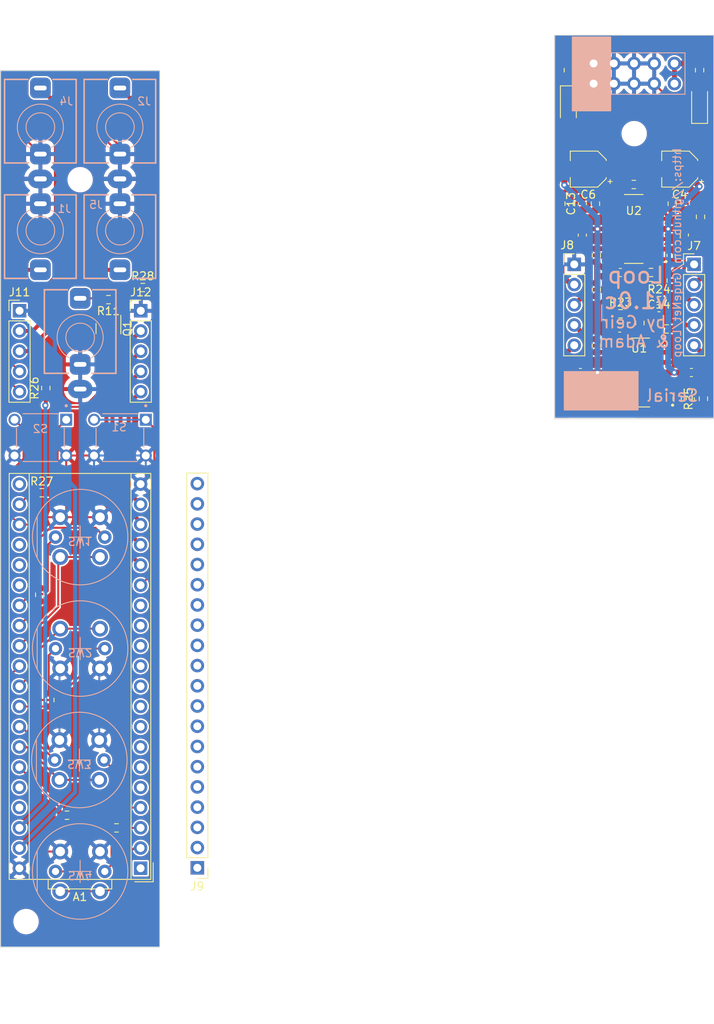
<source format=kicad_pcb>
(kicad_pcb (version 20221018) (generator pcbnew)
  (layers (0 "F.Cu" signal) (31 "B.Cu" signal) (34 "B.Paste" user) (35 "F.Paste" user) (36 "B.SilkS" user "B.Silkscreen") (37 "F.SilkS" user "F.Silkscreen") (38 "B.Mask" user) (39 "F.Mask" user) (44 "Edge.Cuts" user))
  (net 0 "")
  (net 1 "GND")
  (net 3 "+12V")
  (net 4 "Net-(D1-K)")
  (net 5 "Net-(J6-Pin_1)")
  (net 6 "-12V")
  (net 7 "Net-(U1B--)")
  (net 20 "+3.3V")
  (net 21 "Net-(R3-Pad1)")
  (net 22 "Net-(C2-Pad1)")
  (net 23 "Net-(U1D--)")
  (net 24 "Net-(C3-Pad2)")
  (net 25 "Net-(U1A--)")
  (net 26 "Net-(U1C--)")
  (net 27 "Net-(J6-Pin_10)")
  (net 28 "Net-(D4-A)")
  (net 29 "Net-(U2A--)")
  (net 30 "Net-(C7-Pad2)")
  (net 31 "Net-(U2B--)")
  (net 32 "Net-(C9-Pad1)")
  (net 33 "Net-(U2C--)")
  (net 34 "Net-(C10-Pad1)")
  (net 35 "Net-(U2D--)")
  (net 36 "Out Left")
  (net 37 "In Left")
  (net 38 "Out Right")
  (net 41 "In Right")
  (net 42 "DAISY_AUDIO_IN_L")
  (net 43 "DAISY_AUDIO_IN_R")
  (net 44 "DAISY_AUDIO_OUT_L")
  (net 45 "DAISY_AUDIO_OUT_R")
  (net 57 "Net-(C13-Pad2)")
  (net 58 "Net-(C14-Pad2)")
  (net 59 "SWITCH_4_GPIO")
  (net 60 "SWITCH_4_RED")
  (net 61 "SWITCH_4_GREEN")
  (net 62 "RECORD_GPIO")
  (net 63 "CLEAR_GPIO")
  (net 64 "TRIG_GPIO")
  (net 65 "SWITCH_1_GREEN")
  (net 66 "SWITCH_1_RED")
  (net 67 "SWITCH_1_GPIO")
  (net 68 "SWITCH_2_RED")
  (net 69 "SWITCH_2_GPIO")
  (net 70 "SWITCH_2_GREEN")
  (net 71 "SWITCH_3_GREEN")
  (net 72 "SWITCH_3_GPIO")
  (net 73 "SWITCH_3_RED")
  (net 74 "Net-(J3-PadT)")
  (net 75 "Net-(Q1-B)")
  (net 76 "Net-(Q1-C)")
  (net 77 "Net-(R1-Pad1)")
  (net 78 "Net-(R2-Pad2)")
  (net 79 "Net-(R4-Pad2)")
  (net 80 "Net-(C8-Pad2)")
  (net 81 "Net-(A1-USART1_TX)")
  (footprint "Connector_PinHeader_2.54mm:PinHeader_1x05_P2.54mm_Vertical" (layer "F.Cu") (at 77.188 -95.362)
    (fp_text reference "J7")
    (fp_text value "Conn_01x05" hide)
  )
  (footprint "Connector_PinHeader_2.54mm:PinHeader_1x20_P2.54mm_Vertical" (layer "F.Cu") (at 14.732 -19.558 180)
    (fp_text reference "J9")
    (fp_text value "Conn_01x20_MountingPin")
  )
  (footprint "1_Geirs_Library:SOIC127P600X175-14N" (layer "F.Cu") (at 69.60128 -99.812 180)
    (fp_text reference "U2")
    (fp_text value "TL074")
  )
  (footprint "Capacitor_SMD:C_0603_1608Metric" (layer "F.Cu") (at 74.296789 -96.494381 90)
    (fp_text reference "C10" hide)
    (fp_text value "47pF" hide)
  )
  (footprint "Connector_PinHeader_2.54mm:PinHeader_1x05_P2.54mm_Vertical" (layer "F.Cu") (at -7.62 -89.535)
    (fp_text reference "J11")
    (fp_text value "Conn_01x05" hide)
  )
  (footprint "Resistor_SMD:R_0603_1608Metric" (layer "F.Cu") (at 70.373 -87.996 -90)
    (fp_text reference "R6" hide)
    (fp_text value "100K" hide)
  )
  (footprint "Connector_PinHeader_2.54mm:PinHeader_1x05_P2.54mm_Vertical" (layer "F.Cu") (at 7.62 -89.535)
    (fp_text reference "J12")
    (fp_text value "Conn_01x05" hide)
  )
  (footprint "Resistor_SMD:R_0603_1608Metric" (layer "F.Cu") (at 69.611 -105.395)
    (fp_text reference "R15" hide)
    (fp_text value "100K" hide)
  )
  (footprint "Capacitor_SMD:C_0603_1608Metric" (layer "F.Cu") (at 64.15 -78.471 90)
    (fp_text reference "C9" hide)
    (fp_text value "47pF" hide)
  )
  (footprint "MountingHole:MountingHole_2.7mm_M2.5" (layer "F.Cu") (at -6.8 -12.8)
    (fp_text reference "MOUNT1" hide)
    (fp_text value "MountingHole_2.7mm_M2.5" hide)
  )
  (footprint "Resistor_SMD:R_0603_1608Metric" (layer "F.Cu") (at -3.81 -40.64 90)
    (fp_text reference "R2" hide)
    (fp_text value "130" hide)
  )
  (footprint "Resistor_SMD:R_0603_1608Metric" (layer "F.Cu") (at 64.912 -92.187 90)
    (fp_text reference "R22" hide)
    (fp_text value "1K" hide)
  )
  (footprint "Capacitor_SMD:C_0603_1608Metric" (layer "F.Cu") (at 63.134 -99.032 -90)
    (fp_text reference "C11" hide)
    (fp_text value "100nF" hide)
  )
  (footprint "Capacitor_SMD:C_0603_1608Metric" (layer "F.Cu") (at 62.893 -81.778 180)
    (fp_text reference "C5" hide)
    (fp_text value "100nF" hide)
  )
  (footprint "Resistor_SMD:R_0603_1608Metric" (layer "F.Cu") (at 77.878 -119.757 -90)
    (fp_text reference "FB2" hide)
    (fp_text value "FerriteBead" hide)
  )
  (footprint "Connector_PinHeader_2.54mm:PinHeader_1x05_P2.54mm_Vertical" (layer "F.Cu") (at 62.118 -95.362)
    (fp_text reference "J8")
    (fp_text value "Conn_01x05" hide)
  )
  (footprint "Resistor_SMD:R_0603_1608Metric" (layer "F.Cu") (at 74.437 -102.982 90)
    (fp_text reference "R13" hide)
    (fp_text value "100K" hide)
  )
  (footprint "Resistor_SMD:R_0603_1608Metric" (layer "F.Cu") (at 61.47472 -102.984615 90)
    (fp_text reference "R16" hide)
    (fp_text value "1K" hide)
  )
  (footprint "Resistor_SMD:R_0603_1608Metric" (layer "F.Cu") (at 61.378 -119.757 -90)
    (fp_text reference "FB1" hide)
    (fp_text value "FerriteBead" hide)
  )
  (footprint "Resistor_SMD:R_0603_1608Metric" (layer "F.Cu") (at 77.993 -101.331 -90)
    (fp_text reference "R17" hide)
    (fp_text value "100K" hide)
  )
  (footprint "Resistor_SMD:R_0603_1608Metric" (layer "F.Cu") (at 78.359 -78.486 90)
    (fp_text reference "R12" hide)
    (fp_text value "1K" hide)
  )
  (footprint "Resistor_SMD:R_0603_1608Metric" (layer "F.Cu") (at 61.737 -78.09 180)
    (fp_text reference "R10" hide)
    (fp_text value "100K" hide)
  )
  (footprint "MountingHole:MountingHole_2.7mm_M2.5" (layer "F.Cu") (at 0 -106.045)
    (fp_text reference "MOUNT1" hide)
    (fp_text value "MountingHole_2.7mm_M2.5" hide)
  )
  (footprint "Capacitor_SMD:C_0603_1608Metric" (layer "F.Cu") (at 67.913428 -94.344237 180)
    (fp_text reference "C3" hide)
    (fp_text value "560pF" hide)
  )
  (footprint "Capacitor_SMD:CP_Elec_4x5.4" (layer "F.Cu") (at 63.878 -107.332 180)
    (fp_text reference "C6")
    (fp_text value "10uF")
  )
  (footprint "Capacitor_SMD:C_0603_1608Metric" (layer "F.Cu") (at 76.088 -102.982 90)
    (fp_text reference "C7" hide)
    (fp_text value "47pF" hide)
  )
  (footprint "Resistor_SMD:R_0603_1608Metric" (layer "F.Cu") (at 7.874 -92.456)
    (fp_text reference "R28")
    (fp_text value "1M")
  )
  (footprint "Package_TO_SOT_SMD:SOT-23" (layer "F.Cu") (at 3.556 -87.2975 -90)
    (fp_text reference "Q1")
    (fp_text value "MMBT3904")
  )
  (footprint "Diode_SMD:D_SOD-123" (layer "F.Cu") (at 61.378 -115.432 -90)
    (fp_text reference "D1" hide)
    (fp_text value "1N5819" hide)
  )
  (footprint "Capacitor_SMD:CP_Elec_4x5.4" (layer "F.Cu") (at 75.378 -107.332 180)
    (fp_text reference "C4")
    (fp_text value "10uF")
  )
  (footprint "Capacitor_SMD:C_0603_1608Metric" (layer "F.Cu") (at 76.708 -78.486 90)
    (fp_text reference "C2" hide)
    (fp_text value "47pF" hide)
  )
  (footprint "Capacitor_SMD:C_0603_1608Metric" (layer "F.Cu") (at 63.138748 -102.978985 90)
    (fp_text reference "C13")
    (fp_text value "560pF")
  )
  (footprint "Resistor_SMD:R_0603_1608Metric" (layer "F.Cu") (at 73.724 -87.249 180)
    (fp_text reference "R8" hide)
    (fp_text value "1K" hide)
  )
  (footprint "Resistor_SMD:R_0603_1608Metric" (layer "F.Cu") (at 74.31 -93.33 -90)
    (fp_text reference "R18" hide)
    (fp_text value "100K" hide)
  )
  (footprint "Resistor_SMD:R_0603_1608Metric" (layer "F.Cu") (at 61.737 -79.741 180)
    (fp_text reference "R5" hide)
    (fp_text value "10K" hide)
  )
  (footprint "Resistor_SMD:R_0603_1608Metric" (layer "F.Cu") (at 65.801 -78.471 -90)
    (fp_text reference "R9" hide)
    (fp_text value "100K" hide)
  )
  (footprint "Capacitor_SMD:C_0603_1608Metric" (layer "F.Cu") (at 67.833 -87.361 180)
    (fp_text reference "C8" hide)
    (fp_text value "47pF" hide)
  )
  (footprint "Capacitor_SMD:C_0603_1608Metric" (layer "F.Cu") (at 75.961 -99.05 90)
    (fp_text reference "C12" hide)
    (fp_text value "100nF" hide)
  )
  (footprint "Resistor_SMD:R_0603_1608Metric" (layer "F.Cu") (at 72.771 -90.805)
    (fp_text reference "R24")
    (fp_text value "100K")
  )
  (footprint "MountingHole:MountingHole_2.7mm_M2.5" (layer "F.Cu") (at 69.653 -111.832)
    (fp_text reference "MOUNT1" hide)
    (fp_text value "MountingHole_2.7mm_M2.5" hide)
  )
  (footprint "Diode_SMD:D_SOD-123" (layer "F.Cu") (at 77.878 -115.432 90)
    (fp_text reference "D4" hide)
    (fp_text value "1N5819" hide)
  )
  (footprint "Resistor_SMD:R_0603_1608Metric" (layer "F.Cu") (at 67.945 -89.154)
    (fp_text reference "R23")
    (fp_text value "100K")
  )
  (footprint "Resistor_SMD:R_0603_1608Metric" (layer "F.Cu") (at -5.08 -53.848 -90)
    (fp_text reference "R3" hide)
    (fp_text value "130" hide)
  )
  (footprint "Resistor_SMD:R_0603_1608Metric" (layer "F.Cu") (at -4.318 -79.819 90)
    (fp_text reference "R26")
    (fp_text value "10K")
  )
  (footprint "Device_Audio_Electrosmith_Daisy_Seed:Device_Audio_Electrosmith_Daisy_Seed" (layer "F.Cu") (at 7.6 -19.5 180)
    (fp_text reference "A1")
    (fp_text value "Device_Audio_Electrosmith_Daisy_Seed_Rev4" hide)
  )
  (footprint "Resistor_SMD:R_0603_1608Metric" (layer "F.Cu") (at 3.556 -90.932 180)
    (fp_text reference "R11")
    (fp_text value "100K")
  )
  (footprint "Resistor_SMD:R_0603_1608Metric" (layer "F.Cu") (at 71.77 -94.346 180)
    (fp_text reference "R19" hide)
    (fp_text value "100K" hide)
  )
  (footprint "Resistor_SMD:R_0603_1608Metric" (layer "F.Cu") (at 4.568766 -24.567468 180)
    (fp_text reference "R4" hide)
    (fp_text value "130" hide)
  )
  (footprint "Resistor_SMD:R_0603_1608Metric" (layer "F.Cu") (at -1.651 -26.162 180)
    (fp_text reference "R1" hide)
    (fp_text value "130" hide)
  )
  (footprint "Resistor_SMD:R_0603_1608Metric" (layer "F.Cu") (at 75.057 -78.486 -90)
    (fp_text reference "R25")
    (fp_text value "100K")
  )
  (footprint "Resistor_SMD:R_0603_1608Metric" (layer "F.Cu") (at 64.904388 -85.152185 -90)
    (fp_text reference "R7" hide)
    (fp_text value "10K" hide)
  )
  (footprint "Resistor_SMD:R_0603_1608Metric" (layer "F.Cu") (at 71.77 -92.695)
    (fp_text reference "R20" hide)
    (fp_text value "100K" hide)
  )
  (footprint "Resistor_SMD:R_0603_1608Metric" (layer "F.Cu") (at 64.785 -102.982 -90)
    (fp_text reference "R14" hide)
    (fp_text value "10K" hide)
  )
  (footprint "1_Geirs_Library:SOIC127P600X175-14N" (layer "F.Cu") (at 70.435 -81.778 180)
    (fp_text reference "U1")
    (fp_text value "TL074")
  )
  (footprint "Capacitor_SMD:C_0603_1608Metric" (layer "F.Cu") (at 76.85 -81.778 180)
    (fp_text reference "C1" hide)
    (fp_text value "100nF" hide)
  )
  (footprint "Capacitor_SMD:C_0603_1608Metric" (layer "F.Cu") (at 72.771 -88.9)
    (fp_text reference "C14")
    (fp_text value "47pF")
  )
  (footprint "Resistor_SMD:R_0603_1608Metric" (layer "F.Cu") (at 64.912 -96.505 90)
    (fp_text reference "R21" hide)
    (fp_text value "10K" hide)
  )
  (footprint "Resistor_SMD:R_0603_1608Metric" (layer "F.Cu") (at -4.826 -66.675)
    (fp_text reference "R27")
    (fp_text value "1K")
  )
  (footprint "AudioJacks:Jack_3.5mm_QingPu_WQP-PJ398SM_Vertical" (layer "B.Cu") (at 5 -112.6 180)
    (fp_text reference "J2")
    (fp_text value "In left")
  )
  (footprint "AudioJacks:Jack_3.5mm_QingPu_WQP-PJ398SM_Vertical" (layer "B.Cu") (at 0 -86.1775 180)
    (fp_text reference "J3" hide)
    (fp_text value "Trig Loop" hide)
  )
  (footprint "1_Geirs_Library:SW_TS02-66-140-BK-160-LCR-D" (layer "B.Cu") (at 5 -73.6 180)
    (fp_text reference "S1")
    (fp_text value "Clear")
  )
  (footprint "1_Geirs_Library:SW_TS02-66-140-BK-160-LCR-D" (layer "B.Cu") (at -5 -73.6 180)
    (fp_text reference "S2")
    (fp_text value "Record")
  )
  (footprint "AudioJacks:Jack_3.5mm_QingPu_WQP-PJ398SM_Vertical" (layer "B.Cu") (at 5 -99.6)
    (fp_text reference "J5")
    (fp_text value "In right")
  )
  (footprint "1_Geirs_Library:D6RLRDGNF1LFS" (layer "B.Cu") (at 0 -47.1)
    (fp_text reference "SW2")
    (fp_text value "~")
  )
  (footprint "Connector_PinHeader_2.54mm:PinHeader_2x05_P2.54mm_Vertical" (layer "B.Cu") (at 64.553 -120.607 -90)
    (fp_text reference "J6" hide)
    (fp_text value "Eurorack_Power" hide)
  )
  (footprint "1_Geirs_Library:D6RLRDGNF1LFS" (layer "B.Cu") (at 0 -19.1)
    (fp_text reference "SW4")
    (fp_text value "~")
  )
  (footprint "1_Geirs_Library:D6RLRDGNF1LFS" (layer "B.Cu") (at 0 -61.1)
    (fp_text reference "SW1")
    (fp_text value "~")
  )
  (footprint "AudioJacks:Jack_3.5mm_QingPu_WQP-PJ398SM_Vertical" (layer "B.Cu") (at -5 -99.6)
    (fp_text reference "J1")
    (fp_text value "Out right")
  )
  (footprint "1_Geirs_Library:D6RLRDGNF1LFS" (layer "B.Cu") (at -0.1 -33.1)
    (fp_text reference "SW3")
    (fp_text value "~")
  )
  (footprint "AudioJacks:Jack_3.5mm_QingPu_WQP-PJ398SM_Vertical" (layer "B.Cu") (at -5 -112.6 180)
    (fp_text reference "J4")
    (fp_text value "Out left")
  )
  (gr_rect (start 61.89 -123.916) (end 66.69 -114.666) (stroke (width 0.15)) (fill solid) (layer "B.SilkS"))
  (gr_rect (start 60.878 -81.882) (end 70.128 -77.082) (stroke (width 0.15)) (fill solid) (layer "B.SilkS"))
  (gr_rect (start -10 -119.7) (end 10 -9.6) (stroke (width 0.1)) (fill none) (layer "Edge.Cuts"))
  (gr_rect (start 59.653 -124.152) (end 79.653 -75.977) (stroke (width 0.1)) (fill none) (layer "Edge.Cuts"))
  (gr_text "by Geir\n& Adam" (at 69.653 -84.802) (layer "B.SilkS") (effects (font (size 1.5 1.5) (thickness 0.22)) (justify bottom mirror)))
  (gr_text "Loop\nv1.0c" (at 69.853 -89.602) (layer "B.SilkS") (effects (font (size 2 2) (thickness 0.3)) (justify bottom mirror)))
  (gr_text "https://github.com/GugeNet/Loop" (at 75.628 -110.082 90) (layer "B.SilkS") (effects (font (size 1 1)) (justify left bottom mirror)))
  (gr_text "Serial" (at 77.853 -78.002) (layer "B.SilkS") (effects (font (size 1.5 1.5) (thickness 0.22)) (justify left bottom mirror)))
  (segment (start -6.065 -17.925) (end -7.64 -19.5) (width 0.25) (layer "F.Cu") (net 1))
  (segment (start 7.62 -89.535) (end 7.62 -91.377) (width 0.25) (layer "F.Cu") (net 1))
  (segment (start 71.091281 -98.542) (end 70.612 -99.021281) (width 0.25) (layer "F.Cu") (net 1))
  (segment (start 62.118 -81.778) (end 63.388 -80.508) (width 0.25) (layer "F.Cu") (net 1))
  (segment (start 68.111279 -98.542) (end 68.707 -99.137721) (width 0.25) (layer "F.Cu") (net 1))
  (segment (start -5 -109.22) (end -6.625 -110.845) (width 0.25) (layer "F.Cu") (net 1))
  (segment (start 77.625 -81.778) (end 76.355 -80.508) (width 0.25) (layer "F.Cu") (net 1))
  (segment (start -9.271 -70.329) (end -8.25 -71.35) (width 0.25) (layer "F.Cu") (net 1))
  (segment (start 77.625 -81.778) (end 76.355 -83.048) (width 0.25) (layer "F.Cu") (net 1))
  (segment (start -5 -109.22) (end -5 -102.98) (width 0.25) (layer "F.Cu") (net 1))
  (segment (start -8.126701 -61.505) (end -9.271 -62.649299) (width 0.25) (layer "F.Cu") (net 1))
  (segment (start -1.75 -64.35) (end -1.75 -71.35) (width 0.25) (layer "F.Cu") (net 1))
  (segment (start 76.355 -83.048) (end 72.91 -83.048) (width 0.25) (layer "F.Cu") (net 1))
  (segment (start 5 -109.22) (end 3.375 -110.845) (width 0.25) (layer "F.Cu") (net 1))
  (segment (start 63.388 -80.508) (end 67.178 -80.508) (width 0.25) (layer "F.Cu") (net 1))
  (segment (start 3.375 -118.573858) (end 3.946142 -119.145) (width 0.25) (layer "F.Cu") (net 1))
  (segment (start 4.318 -47.543701) (end 4.318 -46.418) (width 0.25) (layer "F.Cu") (net 1))
  (segment (start 68.707 -99.137721) (end 68.707 -100.584) (width 0.25) (layer "F.Cu") (net 1))
  (segment (start 69.633 -120.607) (end 69.633 -118.067) (width 0.25) (layer "F.Cu") (net 1))
  (segment (start 62.334 -99.057) (end 63.134 -98.257) (width 0.25) (layer "F.Cu") (net 1))
  (segment (start 7.62 -91.377) (end 8.699 -92.456) (width 0.25) (layer "F.Cu") (net 1))
  (segment (start 3.375 -110.845) (end 3.375 -118.573858) (width 0.25) (layer "F.Cu") (net 1))
  (segment (start 72.07628 -98.542) (end 75.694 -98.542) (width 0.25) (layer "F.Cu") (net 1))
  (segment (start -4.054142 -119.253) (end 5 -110.198858) (width 0.25) (layer "F.Cu") (net 1))
  (segment (start -6.625 -118.573858) (end -5.945858 -119.253) (width 0.25) (layer "F.Cu") (net 1))
  (segment (start 70.612 -100.602719) (end 71.091281 -101.082) (width 0.25) (layer "F.Cu") (net 1))
  (segment (start 65.678 -116.652) (end 65.678 -107.332) (width 0.25) (layer "F.Cu") (net 1))
  (segment (start 67.12628 -98.542) (end 68.111279 -98.542) (width 0.25) (layer "F.Cu") (net 1))
  (segment (start 76.761 -100.284052) (end 76.761 -99.075) (width 0.25) (layer "F.Cu") (net 1))
  (segment (start 0 -82.7975) (end 0 -79.6975) (width 0.25) (layer "F.Cu") (net 1))
  (segment (start 3.586701 -48.275) (end 4.318 -47.543701) (width 0.25) (layer "F.Cu") (net 1))
  (segment (start 62.118 -81.778) (end 63.388 -83.048) (width 0.25) (layer "F.Cu") (net 1))
  (segment (start -2.5 -63.6) (end 2.5 -63.6) (width 0.25) (layer "F.Cu") (net 1))
  (segment (start -2.5 -63.6) (end -4.881523 -63.6) (width 0.25) (layer "F.Cu") (net 1))
  (segment (start 67.12628 -98.542) (end 63.419 -98.542) (width 0.25) (layer "F.Cu") (net 1))
  (segment (start -9.271 -62.649299) (end -9.271 -70.329) (width 0.25) (layer "F.Cu") (net 1))
  (segment (start -6.625 -110.845) (end -6.625 -118.573858) (width 0.25) (layer "F.Cu") (net 1))
  (segment (start 67.093 -120.607) (end 72.173 -120.607) (width 0.25) (layer "F.Cu") (net 1))
  (segment (start 68.209 -101.082) (end 67.12628 -101.082) (width 0.25) (layer "F.Cu") (net 1))
  (segment (start -1.75 -71.35) (end 1.75 -71.35) (width 0.25) (layer "F.Cu") (net 1))
  (segment (start 67.093 -120.607) (end 67.093 -118.067) (width 0.25) (layer "F.Cu") (net 1))
  (segment (start 63.149948 -101.082) (end 62.334 -100.266052) (width 0.25) (layer "F.Cu") (net 1))
  (segment (start 62.334 -100.266052) (end 62.334 -99.057) (width 0.25) (layer "F.Cu") (net 1))
  (segment (start -2.5 -63.6) (end -1.75 -64.35) (width 0.25) (layer "F.Cu") (net 1))
  (segment (start 73.578 -116.662) (end 73.578 -107.332) (width 0.25) (layer "F.Cu") (net 1))
  (segment (start 4.318 -46.418) (end 2.5 -44.6) (width 0.25) (layer "F.Cu") (net 1))
  (segment (start 67.093 -118.067) (end 65.678 -116.652) (width 0.25) (layer "F.Cu") (net 1))
  (segment (start -4.881523 -63.6) (end -6.976523 -61.505) (width 0.25) (layer "F.Cu") (net 1))
  (segment (start 6.053858 -119.145) (end 8.699 -116.499858) (width 0.25) (layer "F.Cu") (net 1))
  (segment (start -5.54 -21.6) (end -2.5 -21.6) (width 0.25) (layer "F.Cu") (net 1))
  (segment (start 71.091281 -101.082) (end 72.07628 -101.082) (width 0.25) (layer "F.Cu") (net 1))
  (segment (start 62.118 -95.362) (end 62.118 -97.241) (width 0.25) (layer "F.Cu") (net 1))
  (segment (start 75.963052 -101.082) (end 76.761 -100.284052) (width 0.25) (layer "F.Cu") (net 1))
  (segment (start 72.07628 -101.082) (end 75.963052 -101.082) (width 0.25) (layer "F.Cu") (net 1))
  (segment (start 62.118 -97.241) (end 63.134 -98.257) (width 0.25) (layer "F.Cu") (net 1))
  (segment (start -7.64 -19.5) (end -5.54 -21.6) (width 0.25) (layer "F.Cu") (net 1))
  (segment (start 72.07628 -98.542) (end 71.091281 -98.542) (width 0.25) (layer "F.Cu") (net 1))
  (segment (start 76.761 -99.075) (end 75.961 -98.275) (width 0.25) (layer "F.Cu") (net 1))
  (segment (start 72.173 -118.067) (end 73.578 -116.662) (width 0.25) (layer "F.Cu") (net 1))
  (segment (start 68.707 -100.584) (end 68.209 -101.082) (width 0.25) (layer "F.Cu") (net 1))
  (segment (start 5 -106.08) (end 5 -109.22) (width 0.25) (layer "F.Cu") (net 1))
  (segment (start -6.976523 -61.505) (end -8.126701 -61.505) (width 0.25) (layer "F.Cu") (net 1))
  (segment (start 67.12628 -101.082) (end 63.149948 -101.082) (width 0.25) (layer "F.Cu") (net 1))
  (segment (start 63.388 -83.048) (end 67.178 -83.048) (width 0.25) (layer "F.Cu") (net 1))
  (segment (start 76.355 -80.508) (end 72.91 -80.508) (width 0.25) (layer "F.Cu") (net 1))
  (segment (start 3.946142 -119.145) (end 6.053858 -119.145) (width 0.25) (layer "F.Cu") (net 1))
  (segment (start -1.175 -17.925) (end -6.065 -17.925) (width 0.25) (layer "F.Cu") (net 1))
  (segment (start -5.945858 -119.253) (end -4.054142 -119.253) (width 0.25) (layer "F.Cu") (net 1))
  (segment (start 70.612 -99.021281) (end 70.612 -100.602719) (width 0.25) (layer "F.Cu") (net 1))
  (segment (start 1.175 -48.275) (end 3.586701 -48.275) (width 0.25) (layer "F.Cu") (net 1))
  (segment (start 72.173 -120.607) (end 72.173 -118.067) (width 0.25) (layer "F.Cu") (net 1))
  (segment (start -2.5 -44.6) (end 1.175 -48.275) (width 0.25) (layer "F.Cu") (net 1))
  (segment (start 2.5 -21.6) (end -1.175 -17.925) (width 0.25) (layer "F.Cu") (net 1))
  (segment (start 5 -102.98) (end 5 -106.08) (width 0.25) (layer "F.Cu") (net 1))
  (segment (start 8.699 -116.499858) (end 8.699 -92.456) (width 0.25) (layer "F.Cu") (net 1))
  (segment (start 8.25 -68.41) (end 7.6 -67.76) (width 0.25) (layer "B.Cu") (net 1))
  (segment (start 1.75 -71.35) (end 1.75 -64.35) (width 0.25) (layer "B.Cu") (net 1))
  (segment (start 2.4 -35.6) (end 2.4 -44.5) (width 0.25) (layer "B.Cu") (net 1))
  (segment (start 0 -79.6975) (end 0 -73.1) (width 0.25) (layer "B.Cu") (net 1))
  (segment (start 1.075 -34.275) (end 2.4 -35.6) (width 0.5) (layer "B.Cu") (net 1))
  (segment (start -2.6 -35.6) (end -2.6 -44.5) (width 0.25) (layer "B.Cu") (net 1))
  (segment (start 2.5 -21.6) (end 1.075 -23.025) (width 0.5) (layer "B.Cu") (net 1))
  (segment (start 1.75 -71.35) (end 0 -73.1) (width 0.25) (layer "B.Cu") (net 1))
  (segment (start 1.175 -45.925) (end 1.175 -62.275) (width 0.25) (layer "B.Cu") (net 1))
  (segment (start 8.25 -71.35) (end 8.25 -68.41) (width 0.25) (layer "B.Cu") (net 1))
  (segment (start 1.75 -71.35) (end 8.25 -71.35) (width 0.25) (layer "B.Cu") (net 1))
  (segment (start 1.175 -62.275) (end 2.5 -63.6) (width 0.25) (layer "B.Cu") (net 1))
  (segment (start 2.5 -44.6) (end 1.175 -45.925) (width 0.25) (layer "B.Cu") (net 1))
  (segment (start 1.075 -23.025) (end 1.075 -34.275) (width 0.5) (layer "B.Cu") (net 1))
  (segment (start 1.75 -64.35) (end 2.5 -63.6) (width 0.25) (layer "B.Cu") (net 1))
  (segment (start 73.934 -99.807) (end 75.943 -99.807) (width 0.75) (layer "F.Cu") (net 3))
  (segment (start 73.929 -99.812) (end 73.934 -99.807) (width 0.75) (layer "F.Cu") (net 3))
  (segment (start 77.878 -108.032) (end 77.178 -107.332) (width 0.25) (layer "F.Cu") (net 3))
  (segment (start 72.07628 -99.812) (end 73.929 -99.812) (width 0.75) (layer "F.Cu") (net 3))
  (segment (start 77.178 -107.332) (end 77.178 -105.834) (width 0.75) (layer "F.Cu") (net 3))
  (segment (start 74.691 -81.778) (end 76.075 -81.778) (width 0.75) (layer "F.Cu") (net 3))
  (segment (start 77.178 -105.834) (end 77.866 -105.146) (width 0.75) (layer "F.Cu") (net 3))
  (segment (start 77.878 -113.782) (end 77.878 -108.032) (width 0.75) (layer "F.Cu") (net 3))
  (segment (start 74.691 -81.778) (end 72.91 -81.778) (width 0.75) (layer "F.Cu") (net 3))
  (via (at 74.691 -81.778) (size 0.8) (drill 0.4) (layers "F.Cu" "B.Cu") (net 3))
  (via (at 77.866 -105.146) (size 0.8) (drill 0.4) (layers "F.Cu" "B.Cu") (net 3))
  (via (at 73.929 -99.812) (size 0.8) (drill 0.4) (layers "F.Cu" "B.Cu") (net 3))
  (segment (start -3.175 -69.85) (end -3.175 -86.487) (width 0.5) (layer "B.Cu") (net 3))
  (segment (start 74.056 -95.362) (end 73.929 -95.235) (width 0.25) (layer "B.Cu") (net 3))
  (segment (start -0.635 -67.31) (end -3.175 -69.85) (width 0.5) (layer "B.Cu") (net 3))
  (segment (start 73.929 -99.812) (end 73.929 -95.235) (width 0.75) (layer "B.Cu") (net 3))
  (segment (start 77.188 -95.362) (end 74.056 -95.362) (width 0.75) (layer "B.Cu") (net 3))
  (segment (start 73.929 -82.54) (end 73.929 -95.235) (width 0.75) (layer "B.Cu") (net 3))
  (segment (start -7.64 -22.04) (end -0.635 -29.045) (width 0.5) (layer "B.Cu") (net 3))
  (segment (start -0.635 -29.045) (end -0.635 -67.31) (width 0.5) (layer "B.Cu") (net 3))
  (segment (start 77.866 -105.146) (end 73.929 -101.209) (width 0.75) (layer "B.Cu") (net 3))
  (segment (start -3.175 -86.487) (end -6.223 -89.535) (width 0.5) (layer "B.Cu") (net 3))
  (segment (start -6.223 -89.535) (end -7.62 -89.535) (width 0.5) (layer "B.Cu") (net 3))
  (segment (start 74.691 -81.778) (end 73.929 -82.54) (width 0.75) (layer "B.Cu") (net 3))
  (segment (start 73.929 -101.209) (end 73.929 -99.812) (width 0.75) (layer "B.Cu") (net 3))
  (segment (start 61.378 -118.932) (end 61.378 -117.082) (width 0.75) (layer "F.Cu") (net 4))
  (segment (start 64.553 -118.067) (end 64.553 -120.607) (width 0.75) (layer "F.Cu") (net 5))
  (segment (start 61.378 -120.582) (end 64.528 -120.582) (width 0.75) (layer "F.Cu") (net 5))
  (segment (start 65.039 -81.778) (end 67.178 -81.778) (width 0.75) (layer "F.Cu") (net 6))
  (segment (start 63.642 -81.778) (end 65.039 -81.778) (width 0.75) (layer "F.Cu") (net 6))
  (segment (start 61.378 -108.032) (end 62.078 -107.332) (width 0.25) (layer "F.Cu") (net 6))
  (segment (start 67.12628 -99.812) (end 65.039 -99.812) (width 0.6) (layer "F.Cu") (net 6))
  (segment (start 65.039 -99.812) (end 63.139 -99.812) (width 0.6) (layer "F.Cu") (net 6))
  (segment (start 61.378 -113.782) (end 61.378 -108.032) (width 0.75) (layer "F.Cu") (net 6))
  (segment (start 60.878 -106.132) (end 62.078 -107.332) (width 0.75) (layer "F.Cu") (net 6))
  (segment (start 60.878 -105.332) (end 60.878 -106.132) (width 0.75) (layer "F.Cu") (net 6))
  (via (at 65.039 -99.812) (size 0.8) (drill 0.4) (layers "F.Cu" "B.Cu") (net 6))
  (via (at 60.878 -105.332) (size 0.8) (drill 0.4) (layers "F.Cu" "B.Cu") (net 6))
  (via (at 65.039 -81.778) (size 0.8) (drill 0.4) (layers "F.Cu" "B.Cu") (net 6))
  (segment (start 65.039 -99.812) (end 65.039 -101.171) (width 0.75) (layer "B.Cu") (net 6))
  (segment (start 65.039 -99.812) (end 65.039 -81.778) (width 0.75) (layer "B.Cu") (net 6))
  (segment (start 65.039 -101.171) (end 60.878 -105.332) (width 0.75) (layer "B.Cu") (net 6))
  (segment (start 71.12 -85.123001) (end 71.12 -86.424) (width 0.6) (layer "F.Cu") (net 7))
  (segment (start 71.12 -86.424) (end 70.373 -87.171) (width 0.6) (layer "F.Cu") (net 7))
  (segment (start 71.996 -88.379) (end 71.996 -88.9) (width 0.6) (layer "F.Cu") (net 7))
  (segment (start 70.373 -87.171) (end 70.788 -87.171) (width 0.6) (layer "F.Cu") (net 7))
  (segment (start 70.788 -87.171) (end 71.996 -88.379) (width 0.6) (layer "F.Cu") (net 7))
  (segment (start 71.925001 -84.318) (end 71.12 -85.123001) (width 0.6) (layer "F.Cu") (net 7))
  (segment (start 71.996 -88.9) (end 71.996 -90.755) (width 0.6) (layer "F.Cu") (net 7))
  (segment (start 72.91 -84.318) (end 71.925001 -84.318) (width 0.25) (layer "F.Cu") (net 7))
  (segment (start -4.318 -78.994) (end -4.318 -77.711) (width 0.5) (layer "F.Cu") (net 20))
  (segment (start -4.318 -77.711) (end -4.375 -77.654) (width 0.25) (layer "F.Cu") (net 20))
  (via (at -4.375 -77.654) (size 0.8) (drill 0.4) (layers "F.Cu" "B.Cu") (net 20))
  (segment (start -4.375 -77.654) (end -4.375 -27.845) (width 0.5) (layer "B.Cu") (net 20))
  (segment (start -4.375 -27.845) (end -7.64 -24.58) (width 0.5) (layer "B.Cu") (net 20))
  (segment (start -5.08 -60.96) (end -5.08 -54.673) (width 0.25) (layer "F.Cu") (net 21))
  (segment (start 1.925 -62.275) (end -3.765 -62.275) (width 0.25) (layer "F.Cu") (net 21))
  (segment (start -3.765 -62.275) (end -5.08 -60.96) (width 0.25) (layer "F.Cu") (net 21))
  (segment (start 3.1 -61.1) (end 1.925 -62.275) (width 0.25) (layer "F.Cu") (net 21))
  (segment (start 72.91 -77.968) (end 73.924 -77.968) (width 0.25) (layer "F.Cu") (net 22))
  (segment (start 76.708 -77.711) (end 78.309 -77.711) (width 0.6) (layer "F.Cu") (net 22))
  (segment (start 74.231 -77.661) (end 75.057 -77.661) (width 0.6) (layer "F.Cu") (net 22))
  (segment (start 73.924 -77.968) (end 74.231 -77.661) (width 0.6) (layer "F.Cu") (net 22))
  (segment (start 75.883 -77.661) (end 75.946 -77.724) (width 0.25) (layer "F.Cu") (net 22))
  (segment (start 75.057 -77.661) (end 75.883 -77.661) (width 0.6) (layer "F.Cu") (net 22))
  (segment (start 75.946 -77.724) (end 75.959 -77.711) (width 0.25) (layer "F.Cu") (net 22))
  (segment (start 75.959 -77.711) (end 76.708 -77.711) (width 0.6) (layer "F.Cu") (net 22))
  (segment (start 64.15 -79.246) (end 65.751 -79.246) (width 0.6) (layer "F.Cu") (net 23))
  (segment (start 63.655 -79.741) (end 64.15 -79.246) (width 0.25) (layer "F.Cu") (net 23))
  (segment (start 62.562 -79.741) (end 63.655 -79.741) (width 0.25) (layer "F.Cu") (net 23))
  (segment (start 65.801 -79.296) (end 67.902 -79.296) (width 0.6) (layer "F.Cu") (net 23))
  (segment (start 67.138428 -94.344237) (end 67.138428 -95.989852) (width 0.6) (layer "F.Cu") (net 24))
  (segment (start 66.247763 -94.344237) (end 64.912 -95.68) (width 0.6) (layer "F.Cu") (net 24))
  (segment (start 67.138428 -94.344237) (end 66.247763 -94.344237) (width 0.6) (layer "F.Cu") (net 24))
  (segment (start 64.912 -93.012) (end 64.912 -95.68) (width 0.6) (layer "F.Cu") (net 24))
  (segment (start 69.573 -76.782) (end 72.029 -79.238) (width 0.6) (layer "F.Cu") (net 25))
  (segment (start 72.91 -79.238) (end 74.984 -79.238) (width 0.6) (layer "F.Cu") (net 25))
  (segment (start 75.057 -79.311) (end 76.658 -79.311) (width 0.6) (layer "F.Cu") (net 25))
  (segment (start 72.029 -79.238) (end 72.91 -79.238) (width 0.6) (layer "F.Cu") (net 25))
  (segment (start 60.912 -77.582) (end 61.712 -76.782) (width 0.6) (layer "F.Cu") (net 25))
  (segment (start 61.712 -76.782) (end 69.573 -76.782) (width 0.6) (layer "F.Cu") (net 25))
  (segment (start 67.178 -84.318) (end 68.162999 -84.318) (width 0.6) (layer "F.Cu") (net 26))
  (segment (start 68.608 -87.361) (end 69.445 -86.524) (width 0.6) (layer "F.Cu") (net 26))
  (segment (start 68.608 -87.361) (end 68.608 -87.666) (width 0.6) (layer "F.Cu") (net 26))
  (segment (start 67.178 -84.318) (end 64.913573 -84.318) (width 0.6) (layer "F.Cu") (net 26))
  (segment (start 69.108 -84.318) (end 67.96 -84.318) (width 0.6) (layer "F.Cu") (net 26))
  (segment (start 68.608 -87.666) (end 67.12 -89.154) (width 0.6) (layer "F.Cu") (net 26))
  (segment (start 69.445 -86.524) (end 69.445 -84.655) (width 0.6) (layer "F.Cu") (net 26))
  (segment (start 69.445 -84.655) (end 69.108 -84.318) (width 0.6) (layer "F.Cu") (net 26))
  (segment (start 74.713 -118.067) (end 74.713 -120.607) (width 0.6) (layer "F.Cu") (net 27))
  (segment (start 74.713 -120.607) (end 77.853 -120.607) (width 0.75) (layer "F.Cu") (net 27))
  (segment (start 77.878 -118.932) (end 77.878 -117.082) (width 0.75) (layer "F.Cu") (net 28))
  (segment (start 70.246 -95.045) (end 70.246 -96.426719) (width 0.6) (layer "F.Cu") (net 29))
  (segment (start 71.091281 -97.272) (end 72.07628 -97.272) (width 0.25) (layer "F.Cu") (net 29))
  (segment (start 75.271789 -95.116789) (end 75.271789 -96.294381) (width 0.6) (layer "F.Cu") (net 29))
  (segment (start 72.07628 -97.272) (end 74.29417 -97.272) (width 0.6) (layer "F.Cu") (net 29))
  (segment (start 75.271789 -96.294381) (end 74.296789 -97.269381) (width 0.6) (layer "F.Cu") (net 29))
  (segment (start 74.31 -94.155) (end 75.271789 -95.116789) (width 0.6) (layer "F.Cu") (net 29))
  (segment (start 70.246 -96.426719) (end 71.091281 -97.272) (width 0.6) (layer "F.Cu") (net 29))
  (segment (start 70.945 -94.346) (end 70.246 -95.045) (width 0.6) (layer "F.Cu") (net 29))
  (segment (start 74.437 -103.807) (end 76.038 -103.807) (width 0.6) (layer "F.Cu") (net 30))
  (segment (start 72.07628 -103.75472) (end 70.436 -105.395) (width 0.6) (layer "F.Cu") (net 30))
  (segment (start 72.07628 -103.622) (end 74.252 -103.622) (width 0.6) (layer "F.Cu") (net 30))
  (segment (start 72.07628 -102.352) (end 74.242 -102.352) (width 0.6) (layer "F.Cu") (net 31))
  (segment (start 74.437 -102.157) (end 76.038 -102.157) (width 0.6) (layer "F.Cu") (net 31))
  (segment (start 76.088 -102.207) (end 77.942 -102.207) (width 0.6) (layer "F.Cu") (net 31))
  (segment (start 66.5 -77.646) (end 65.801 -77.646) (width 0.6) (layer "F.Cu") (net 32))
  (segment (start 64.15 -77.696) (end 65.751 -77.696) (width 0.6) (layer "F.Cu") (net 32))
  (segment (start 62.956 -77.696) (end 62.562 -78.09) (width 0.25) (layer "F.Cu") (net 32))
  (segment (start 66.822 -77.968) (end 66.5 -77.646) (width 0.6) (layer "F.Cu") (net 32))
  (segment (start 67.96 -77.968) (end 66.822 -77.968) (width 0.6) (layer "F.Cu") (net 32))
  (segment (start 64.15 -77.696) (end 62.956 -77.696) (width 0.25) (layer "F.Cu") (net 32))
  (segment (start 68.111279 -102.352) (end 68.786 -103.026721) (width 0.6) (layer "F.Cu") (net 33))
  (segment (start 64.785 -102.157) (end 66.93128 -102.157) (width 0.6) (layer "F.Cu") (net 33))
  (segment (start 67.12628 -102.352) (end 68.111279 -102.352) (width 0.25) (layer "F.Cu") (net 33))
  (segment (start 66.93128 -102.157) (end 67.12628 -102.352) (width 0.25) (layer "F.Cu") (net 33))
  (segment (start 68.786 -103.026721) (end 68.786 -105.395) (width 0.6) (layer "F.Cu") (net 33))
  (segment (start 64.785 -102.157) (end 63.185733 -102.157) (width 0.6) (layer "F.Cu") (net 33))
  (segment (start 72.595 -92.695) (end 72.595 -94.346) (width 0.6) (layer "F.Cu") (net 34))
  (segment (start 72.07628 -96.002) (end 74.01417 -96.002) (width 0.5) (layer "F.Cu") (net 34))
  (segment (start 72.595 -95.48328) (end 72.07628 -96.002) (width 0.6) (layer "F.Cu") (net 34))
  (segment (start 74.01417 -96.002) (end 74.296789 -95.719381) (width 0.5) (layer "F.Cu") (net 34))
  (segment (start 72.595 -94.346) (end 72.595 -95.48328) (width 0.6) (layer "F.Cu") (net 34))
  (segment (start 68.688428 -94.344237) (end 68.688428 -93.617572) (width 0.6) (layer "F.Cu") (net 35))
  (segment (start 69.103 -96.280279) (end 68.111279 -97.272) (width 0.6) (layer "F.Cu") (net 35))
  (segment (start 68.688428 -93.617572) (end 69.611 -92.695) (width 0.6) (layer "F.Cu") (net 35))
  (segment (start 69.611 -92.695) (end 70.945 -92.695) (width 0.6) (layer "F.Cu") (net 35))
  (segment (start 68.688428 -94.947428) (end 69.103 -95.362) (width 0.6) (layer "F.Cu") (net 35))
  (segment (start 64.912 -97.33) (end 67.06828 -97.33) (width 0.6) (layer "F.Cu") (net 35))
  (segment (start 69.103 -95.362) (end 69.103 -96.280279) (width 0.6) (layer "F.Cu") (net 35))
  (segment (start 68.688428 -94.344237) (end 68.688428 -94.947428) (width 0.6) (layer "F.Cu") (net 35))
  (segment (start 68.111279 -97.272) (end 67.12628 -97.272) (width 0.25) (layer "F.Cu") (net 35))
  (segment (start -7.760604 -92.583) (end -4.318 -92.583) (width 0.5) (layer "F.Cu") (net 36))
  (segment (start -8.795 -83.09) (end -8.795 -91.548604) (width 0.25) (layer "F.Cu") (net 36))
  (segment (start -3.048 -115.568) (end -5 -117.52) (width 0.5) (layer "F.Cu") (net 36))
  (segment (start -4.318 -92.583) (end -3.048 -93.853) (width 0.5) (layer "F.Cu") (net 36))
  (segment (start 77.188 -87.742) (end 75.042 -87.742) (width 0.6) (layer "F.Cu") (net 36))
  (segment (start -7.62 -81.915) (end -8.795 -83.09) (width 0.25) (layer "F.Cu") (net 36))
  (segment (start -3.048 -93.853) (end -3.048 -115.568) (width 0.5) (layer "F.Cu") (net 36))
  (segment (start -8.795 -91.548604) (end -7.760604 -92.583) (width 0.25) (layer "F.Cu") (net 36))
  (segment (start 75.042 -87.742) (end 74.549 -87.249) (width 0.6) (layer "F.Cu") (net 36))
  (segment (start -3.302 -92.456) (end 1.651 -97.409) (width 0.5) (layer "F.Cu") (net 37))
  (segment (start 78.538 -99.961) (end 78.538 -94.172) (width 0.6) (layer "F.Cu") (net 37))
  (segment (start -5.969 -86.995) (end -3.302 -89.662) (width 0.5) (layer "F.Cu") (net 37))
  (segment (start 78.538 -94.172) (end 77.188 -92.822) (width 0.6) (layer "F.Cu") (net 37))
  (segment (start 7.874 -99.441) (end 7.874 -114.646) (width 0.5) (layer "F.Cu") (net 37))
  (segment (start -3.302 -89.662) (end -3.302 -92.456) (width 0.5) (layer "F.Cu") (net 37))
  (segment (start 1.651 -97.409) (end 5.842 -97.409) (width 0.5) (layer "F.Cu") (net 37))
  (segment (start 77.993 -100.506) (end 78.538 -99.961) (width 0.6) (layer "F.Cu") (net 37))
  (segment (start 7.874 -114.646) (end 5 -117.52) (width 0.5) (layer "F.Cu") (net 37))
  (segment (start 5.842 -97.409) (end 7.874 -99.441) (width 0.5) (layer "F.Cu") (net 37))
  (segment (start -7.62 -86.995) (end -5.969 -86.995) (width 0.5) (layer "F.Cu") (net 37))
  (segment (start -9.271 -93.091) (end -9.271 -81.026) (width 0.25) (layer "F.Cu") (net 38))
  (segment (start 78.359 -79.535) (end 78.755 -79.931) (width 0.6) (layer "F.Cu") (net 38))
  (segment (start -5 -94.68) (end -7.682 -94.68) (width 0.5) (layer "F.Cu") (net 38))
  (segment (start 78.755 -83.635) (end 78.755 -79.931) (width 0.6) (layer "F.Cu") (net 38))
  (segment (start -9.271 -81.026) (end -7.62 -79.375) (width 0.25) (layer "F.Cu") (net 38))
  (segment (start -7.682 -94.68) (end -9.271 -93.091) (width 0.5) (layer "F.Cu") (net 38))
  (segment (start 77.188 -85.202) (end 78.755 -83.635) (width 0.6) (layer "F.Cu") (net 38))
  (segment (start 0.065 -94.68) (end 5 -94.68) (width 0.5) (layer "F.Cu") (net 41))
  (segment (start 74.965 -92.505) (end 77.188 -90.282) (width 0.6) (layer "F.Cu") (net 41))
  (segment (start -6.604 -84.455) (end -2.413 -88.646) (width 0.5) (layer "F.Cu") (net 41))
  (segment (start -2.413 -88.646) (end -2.413 -92.202) (width 0.5) (layer "F.Cu") (net 41))
  (segment (start -2.413 -92.202) (end 0.065 -94.68) (width 0.5) (layer "F.Cu") (net 41))
  (segment (start 74.31 -92.505) (end 74.965 -92.505) (width 0.6) (layer "F.Cu") (net 41))
  (segment (start -7.62 -84.455) (end -6.604 -84.455) (width 0.5) (layer "F.Cu") (net 41))
  (segment (start 3.302 -82.677) (end 7.62 -86.995) (width 0.5) (layer "F.Cu") (net 42))
  (segment (start 60.579 -101.263895) (end 61.47472 -102.159615) (width 0.6) (layer "F.Cu") (net 42))
  (segment (start 4.572 -60.628) (end 4.572 -63.793305) (width 0.5) (layer "F.Cu") (net 42))
  (segment (start 7.6 -57.6) (end 4.572 -60.628) (width 0.5) (layer "F.Cu") (net 42))
  (segment (start 61.737 -92.822) (end 60.579 -93.98) (width 0.6) (layer "F.Cu") (net 42))
  (segment (start 4.572 -63.793305) (end 3.302 -65.063305) (width 0.5) (layer "F.Cu") (net 42))
  (segment (start 3.302 -65.063305) (end 3.302 -82.677) (width 0.5) (layer "F.Cu") (net 42))
  (segment (start 60.579 -93.98) (end 60.579 -101.263895) (width 0.6) (layer "F.Cu") (net 42))
  (segment (start 4.888 -65.216) (end 4.888 -64.574525) (width 0.5) (layer "F.Cu") (net 43))
  (segment (start 4.064 -66.04) (end 4.888 -65.216) (width 0.5) (layer "F.Cu") (net 43))
  (segment (start 63.197 -91.361) (end 64.785 -91.361) (width 0.6) (layer "F.Cu") (net 43))
  (segment (start 7.62 -84.455) (end 4.064 -80.899) (width 0.5) (layer "F.Cu") (net 43))
  (segment (start 5.588 -62.152) (end 7.6 -60.14) (width 0.5) (layer "F.Cu") (net 43))
  (segment (start 5.588 -63.874525) (end 5.588 -62.152) (width 0.5) (layer "F.Cu") (net 43))
  (segment (start 62.118 -90.282) (end 63.197 -91.361) (width 0.6) (layer "F.Cu") (net 43))
  (segment (start 4.888 -64.574525) (end 5.588 -63.874525) (width 0.5) (layer "F.Cu") (net 43))
  (segment (start 4.064 -80.899) (end 4.064 -66.04) (width 0.5) (layer "F.Cu") (net 43))
  (segment (start 63.882815 -85.977185) (end 62.118 -87.742) (width 0.6) (layer "F.Cu") (net 44))
  (segment (start 64.904388 -85.977185) (end 63.882815 -85.977185) (width 0.6) (layer "F.Cu") (net 44))
  (segment (start 5.588 -64.985) (end 7.6 -62.973) (width 0.5) (layer "F.Cu") (net 44))
  (segment (start 5.08 -79.375) (end 5.08 -66.294) (width 0.5) (layer "F.Cu") (net 44))
  (segment (start 5.08 -66.294) (end 5.588 -65.786) (width 0.5) (layer "F.Cu") (net 44))
  (segment (start 5.588 -65.786) (end 5.588 -64.985) (width 0.5) (layer "F.Cu") (net 44))
  (segment (start 7.62 -81.915) (end 5.08 -79.375) (width 0.5) (layer "F.Cu") (net 44))
  (segment (start 6.096 -66.724) (end 7.6 -65.22) (width 0.5) (layer "F.Cu") (net 45))
  (segment (start 7.62 -79.375) (end 6.096 -77.851) (width 0.5) (layer "F.Cu") (net 45))
  (segment (start 62.118 -85.202) (end 60.912 -83.996) (width 0.6) (layer "F.Cu") (net 45))
  (segment (start 6.096 -77.851) (end 6.096 -66.724) (width 0.5) (layer "F.Cu") (net 45))
  (segment (start 60.912 -79.741) (end 60.912 -83.996) (width 0.6) (layer "F.Cu") (net 45))
  (segment (start 64.785 -103.807) (end 63.191763 -103.807) (width 0.6) (layer "F.Cu") (net 57))
  (segment (start 64.785 -103.807) (end 66.94128 -103.807) (width 0.6) (layer "F.Cu") (net 57))
  (segment (start 63.138748 -103.753985) (end 61.53035 -103.753985) (width 0.6) (layer "F.Cu") (net 57))
  (segment (start 66.94128 -103.807) (end 67.12628 -103.622) (width 0.25) (layer "F.Cu") (net 57))
  (segment (start 72.91 -85.588) (end 72.91 -86.92) (width 0.6) (layer "F.Cu") (net 58))
  (segment (start 73.406 -87.756) (end 73.406 -88.76) (width 0.6) (layer "F.Cu") (net 58))
  (segment (start 73.546 -88.9) (end 73.546 -90.755) (width 0.6) (layer "F.Cu") (net 58))
  (segment (start 72.899 -87.249) (end 73.406 -87.756) (width 0.6) (layer "F.Cu") (net 58))
  (segment (start 5.08 -20.32) (end 6.8 -22.04) (width 0.25) (layer "F.Cu") (net 59))
  (segment (start 6.8 -22.04) (end 7.6 -22.04) (width 0.25) (layer "F.Cu") (net 59))
  (segment (start 3.392 -16.6) (end 5.08 -18.288) (width 0.25) (layer "F.Cu") (net 59))
  (segment (start 2.5 -16.6) (end 3.392 -16.6) (width 0.25) (layer "F.Cu") (net 59))
  (segment (start -2.5 -16.6) (end 2.5 -16.6) (width 0.25) (layer "F.Cu") (net 59))
  (segment (start 5.08 -18.288) (end 5.08 -20.32) (width 0.25) (layer "F.Cu") (net 59))
  (segment (start 5.393766 -24.567468) (end 7.587468 -24.567468) (width 0.25) (layer "F.Cu") (net 60))
  (segment (start -3.1 -19.1) (end -1.728 -19.1) (width 0.25) (layer "F.Cu") (net 61))
  (segment (start -1.728 -19.1) (end 0.508 -21.336) (width 0.25) (layer "F.Cu") (net 61))
  (segment (start 0.508 -21.336) (end 0.508 -22.86) (width 0.25) (layer "F.Cu") (net 61))
  (segment (start 0.508 -22.86) (end 4.768 -27.12) (width 0.25) (layer "F.Cu") (net 61))
  (segment (start 4.768 -27.12) (end 7.6 -27.12) (width 0.25) (layer "F.Cu") (net 61))
  (segment (start -2.829 -66.288919) (end -2.829 -74.771) (width 0.25) (layer "F.Cu") (net 62))
  (segment (start -7.112 -74.712) (end -8.25 -75.85) (width 0.25) (layer "F.Cu") (net 62))
  (segment (start -8.815 -63.855) (end -8.815 -69.259063) (width 0.25) (layer "F.Cu") (net 62))
  (segment (start -7.64 -62.68) (end -6.437919 -62.68) (width 0.25) (layer "F.Cu") (net 62))
  (segment (start -7.64 -62.68) (end -8.815 -63.855) (width 0.25) (layer "F.Cu") (net 62))
  (segment (start -8.815 -69.259063) (end -7.112 -70.962063) (width 0.25) (layer "F.Cu") (net 62))
  (segment (start -6.437919 -62.68) (end -2.829 -66.288919) (width 0.25) (layer "F.Cu") (net 62))
  (segment (start -2.829 -74.771) (end -1.75 -75.85) (width 0.25) (layer "F.Cu") (net 62))
  (segment (start -7.112 -70.962063) (end -7.112 -74.712) (width 0.25) (layer "F.Cu") (net 62))
  (segment (start 9.329 -74.771) (end 8.25 -75.85) (width 0.25) (layer "F.Cu") (net 63))
  (segment (start 7.6 -55.06) (end 9.329 -56.789) (width 0.25) (layer "F.Cu") (net 63))
  (segment (start 9.329 -56.789) (end 9.329 -74.771) (width 0.25) (layer "F.Cu") (net 63))
  (segment (start 1.75 -75.85) (end 8.25 -75.85) (width 0.25) (layer "B.Cu") (net 63))
  (segment (start -7.64 -65.22) (end -6.185 -66.675) (width 0.25) (layer "F.Cu") (net 64))
  (segment (start -6.185 -66.675) (end -5.651 -66.675) (width 0.25) (layer "F.Cu") (net 64))
  (segment (start -6.212 -53.948) (end -4.472 -53.948) (width 0.25) (layer "F.Cu") (net 65))
  (segment (start -4.472 -53.948) (end -4.064 -54.356) (width 0.25) (layer "F.Cu") (net 65))
  (segment (start -4.064 -54.356) (end -4.064 -60.136) (width 0.25) (layer "F.Cu") (net 65))
  (segment (start -7.64 -52.52) (end -6.212 -53.948) (width 0.25) (layer "F.Cu") (net 65))
  (segment (start -4.064 -60.136) (end -3.1 -61.1) (width 0.25) (layer "F.Cu") (net 65))
  (segment (start -7.64 -49.98) (end -5.08 -52.54) (width 0.25) (layer "F.Cu") (net 66))
  (segment (start -5.08 -52.54) (end -5.08 -53.023) (width 0.25) (layer "F.Cu") (net 66))
  (segment (start -2.75 -52.33) (end -2.75 -58.35) (width 0.25) (layer "F.Cu") (net 67))
  (segment (start -7.64 -47.44) (end -2.75 -52.33) (width 0.25) (layer "F.Cu") (net 67))
  (segment (start -2.5 -58.6) (end 2.5 -58.6) (width 0.25) (layer "F.Cu") (net 67))
  (segment (start -4.826 -40.64) (end -3.048 -40.64) (width 0.25) (layer "F.Cu") (net 68))
  (segment (start -3.048 -40.64) (end 0 -43.688) (width 0.25) (layer "F.Cu") (net 68))
  (segment (start -7.64 -44.9) (end -8.815 -43.725) (width 0.25) (layer "F.Cu") (net 68))
  (segment (start -5.334 -41.148) (end -4.826 -40.64) (width 0.25) (layer "F.Cu") (net 68))
  (segment (start -8.815 -41.873299) (end -8.089701 -41.148) (width 0.25) (layer "F.Cu") (net 68))
  (segment (start 0 -43.688) (end 0 -45.974) (width 0.25) (layer "F.Cu") (net 68))
  (segment (start 1.126 -47.1) (end 3.1 -47.1) (width 0.25) (layer "F.Cu") (net 68))
  (segment (start 0 -45.974) (end 1.126 -47.1) (width 0.25) (layer "F.Cu") (net 68))
  (segment (start -8.815 -43.725) (end -8.815 -41.873299) (width 0.25) (layer "F.Cu") (net 68))
  (segment (start -8.089701 -41.148) (end -5.334 -41.148) (width 0.25) (layer "F.Cu") (net 68))
  (segment (start -5.334 -46.766) (end -2.5 -49.6) (width 0.25) (layer "F.Cu") (net 69))
  (segment (start -5.334 -44.666) (end -5.334 -46.766) (width 0.25) (layer "F.Cu") (net 69))
  (segment (start 2.45 -49.6) (end -2.5 -49.6) (width 0.25) (layer "F.Cu") (net 69))
  (segment (start -7.64 -42.36) (end -5.334 -44.666) (width 0.25) (layer "F.Cu") (net 69))
  (segment (start -7.64 -39.82) (end -3.815 -39.82) (width 0.25) (layer "F.Cu") (net 70))
  (segment (start -3.2 -33.1) (end -7.38 -37.28) (width 0.25) (layer "F.Cu") (net 71))
  (segment (start -2.6 -30.6) (end -6.74 -34.74) (width 0.25) (layer "F.Cu") (net 72))
  (segment (start -6.74 -34.74) (end -7.64 -34.74) (width 0.25) (layer "F.Cu") (net 72))
  (segment (start -2.6 -30.6) (end 2.4 -30.6) (width 0.25) (layer "F.Cu") (net 72))
  (segment (start -7.64 -32.2) (end -2.476 -27.036) (width 0.25) (layer "F.Cu") (net 73))
  (segment (start -2.476 -27.036) (end -2.476 -26.162) (width 0.25) (layer "F.Cu") (net 73))
  (segment (start 0 -91.0975) (end 2.5655 -91.0975) (width 0.25) (layer "F.Cu") (net 74))
  (segment (start 4.381 -90.932) (end 4.381 -88.36) (width 0.25) (layer "F.Cu") (net 75))
  (segment (start 4.381 -90.932) (end 5.525 -90.932) (width 0.25) (layer "F.Cu") (net 75))
  (segment (start 5.525 -90.932) (end 7.049 -92.456) (width 0.25) (layer "F.Cu") (net 75))
  (segment (start 2.286 -84.645) (end 3.556 -85.915) (width 0.25) (layer "F.Cu") (net 76))
  (segment (start 2.286 -79.248) (end 2.286 -84.645) (width 0.25) (layer "F.Cu") (net 76))
  (segment (start 0.508 -77.47) (end 2.286 -79.248) (width 0.25) (layer "F.Cu") (net 76))
  (segment (start -4.001 -67.31) (end -3.556 -67.755) (width 0.25) (layer "F.Cu") (net 76))
  (segment (start -2.667 -78.993) (end -2.667 -77.47) (width 0.25) (layer "F.Cu") (net 76))
  (segment (start -3.556 -76.581) (end -2.667 -77.47) (width 0.25) (layer "F.Cu") (net 76))
  (segment (start -4.001 -66.675) (end -4.001 -67.31) (width 0.25) (layer "F.Cu") (net 76))
  (segment (start -4.318 -80.644) (end -2.667 -78.993) (width 0.25) (layer "F.Cu") (net 76))
  (segment (start -3.556 -67.755) (end -3.556 -76.581) (width 0.25) (layer "F.Cu") (net 76))
  (segment (start -2.667 -77.47) (end 0.508 -77.47) (width 0.25) (layer "F.Cu") (net 76))
  (segment (start -0.164167 -26.162) (end 3.85 -30.176167) (width 0.25) (layer "F.Cu") (net 77))
  (segment (start 3.85 -32.25) (end 3 -33.1) (width 0.25) (layer "F.Cu") (net 77))
  (segment (start -0.826 -26.162) (end -0.164167 -26.162) (width 0.25) (layer "F.Cu") (net 77))
  (segment (start 3.85 -30.176167) (end 3.85 -32.25) (width 0.25) (layer "F.Cu") (net 77))
  (segment (start -3.95 -46.25) (end -3.1 -47.1) (width 0.25) (layer "F.Cu") (net 78))
  (segment (start -3.95 -41.605) (end -3.95 -46.25) (width 0.25) (layer "F.Cu") (net 78))
  (segment (start 3.95 -24.361234) (end 3.95 -19.95) (width 0.25) (layer "F.Cu") (net 79))
  (segment (start 3.95 -19.95) (end 3.1 -19.1) (width 0.25) (layer "F.Cu") (net 79))
  (segment (start 67.071 -86.599) (end 67.058 -86.612) (width 0.25) (layer "F.Cu") (net 80))
  (segment (start 66.675 -90.805) (end 68.453 -90.805) (width 0.6) (layer "F.Cu") (net 80))
  (segment (start 68.77 -90.488) (end 68.453 -90.805) (width 0.6) (layer "F.Cu") (net 80))
  (segment (start 67.058 -87.361) (end 66.04 -88.379) (width 0.6) (layer "F.Cu") (net 80))
  (segment (start 68.77 -89.154) (end 68.77 -90.488) (width 0.6) (layer "F.Cu") (net 80))
  (segment (start 70.373 -88.821) (end 69.103 -88.821) (width 0.6) (layer "F.Cu") (net 80))
  (segment (start 67.96 -85.588) (end 67.071 -86.477) (width 0.6) (layer "F.Cu") (net 80))
  (segment (start 69.103 -88.821) (end 68.77 -89.154) (width 0.6) (layer "F.Cu") (net 80))
  (segment (start 66.04 -90.17) (end 66.675 -90.805) (width 0.6) (layer "F.Cu") (net 80))
  (segment (start 67.071 -86.477) (end 67.071 -86.599) (width 0.25) (layer "F.Cu") (net 80))
  (segment (start 67.058 -86.612) (end 67.058 -87.361) (width 0.6) (layer "F.Cu") (net 80))
  (segment (start 66.04 -88.379) (end 66.04 -90.17) (width 0.6) (layer "F.Cu") (net 80))
  (zone (net 1) (net_name "GND") (layer "F.Cu") (priority 2) (connect_pads (clearance 0)) (min_thickness 0.25) (fill yes (thermal_gap 0.5) (thermal_bridge_width 0.5))
    (polygon (pts (xy -10 -120) (xy 10 -120) (xy 10 -9) (xy -10 -10)))
  )
  (zone (net 1) (net_name "GND") (layer "F.Cu") (priority 3) (connect_pads (clearance 0)) (min_thickness 0.25) (fill yes (thermal_gap 0.5) (thermal_bridge_width 0.5))
    (polygon (pts (xy 59.653 -124.402) (xy 79.653 -124.402) (xy 79.653 -76.102) (xy 59.653 -76.102)))
  )
  (zone (net 0) (net_name "") (layers "F&B.Cu" "*.Paste" "*.SilkS" "*.Mask" "F.Adhes" "User.1") (name "Rail bottom") (connect_pads (clearance 0)) (min_thickness 0.25)
    (keepout (tracks not_allowed) (vias not_allowed) (pads not_allowed) (copperpour not_allowed) (footprints not_allowed))
    (fill (thermal_gap 0.5) (thermal_bridge_width 0.5))
    (polygon (pts (xy -10 0) (xy -10 -9) (xy 10 -9) (xy 10 0)))
  )
  (zone (net 1) (net_name "GND") (layer "B.Cu") (priority 1) (connect_pads (clearance 0)) (min_thickness 0.25) (fill yes (thermal_gap 0.5) (thermal_bridge_width 0.5))
    (polygon (pts (xy 59.653 -124.402) (xy 79.653 -124.402) (xy 79.653 -76.102) (xy 59.653 -76.102)))
  )
  (zone (net 1) (net_name "GND") (layer "B.Cu") (connect_pads (clearance 0)) (min_thickness 0.25) (fill yes (thermal_gap 0.5) (thermal_bridge_width 0.5))
    (polygon (pts (xy -10 -120) (xy 10 -120) (xy 10 -9) (xy -10 -9)))
  )
)
</source>
